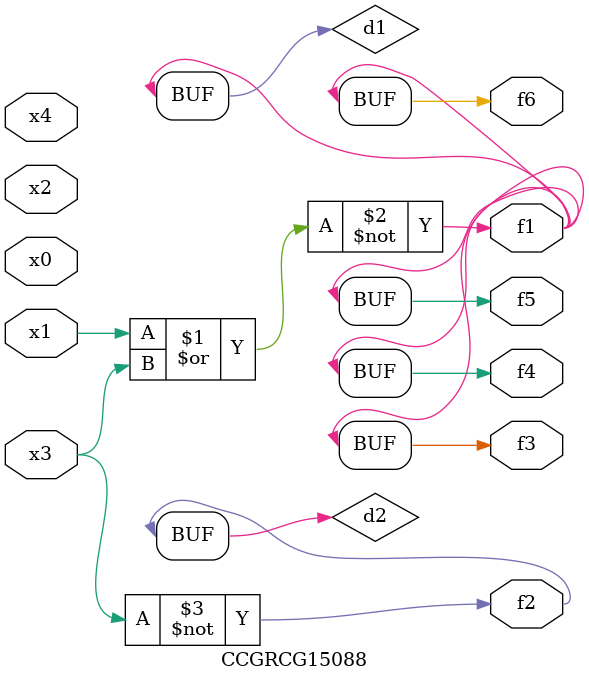
<source format=v>
module CCGRCG15088(
	input x0, x1, x2, x3, x4,
	output f1, f2, f3, f4, f5, f6
);

	wire d1, d2;

	nor (d1, x1, x3);
	not (d2, x3);
	assign f1 = d1;
	assign f2 = d2;
	assign f3 = d1;
	assign f4 = d1;
	assign f5 = d1;
	assign f6 = d1;
endmodule

</source>
